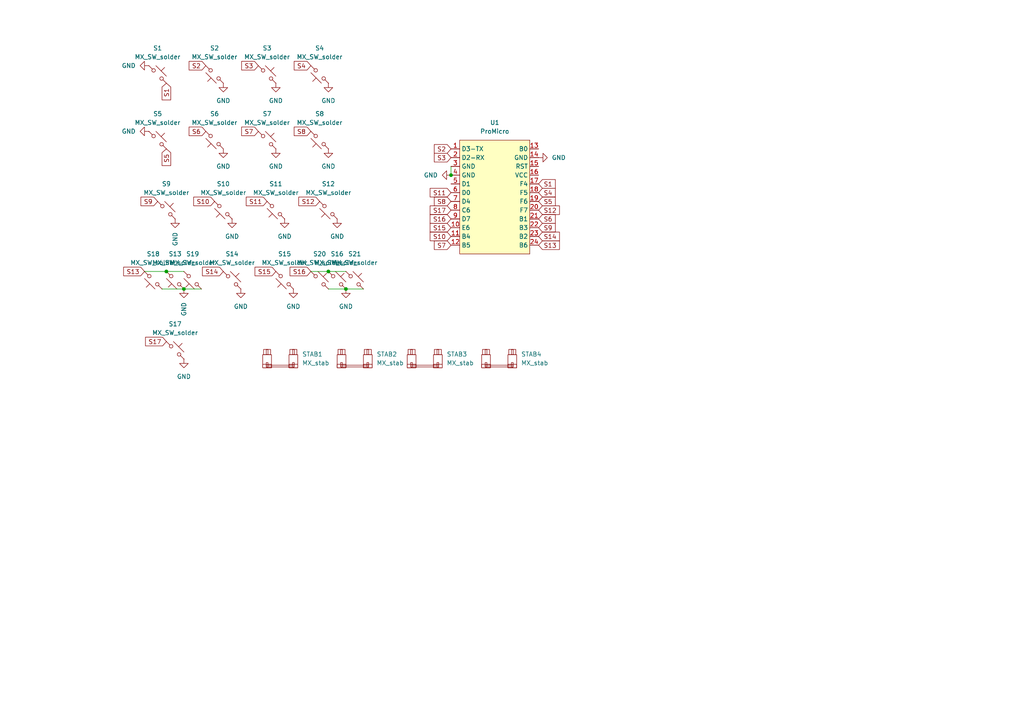
<source format=kicad_sch>
(kicad_sch (version 20231120) (generator "eeschema") (generator_version "8.0")
  (paper "A4")
  (lib_symbols
    (symbol "PCM_marbastlib-mx:MX_SW_solder" (pin_numbers hide) (pin_names (offset 1.016) hide)
      (property "Reference" "MX" (at 3.048 1.016 0))
      (property "Value" "MX_SW_solder" (at 0 -3.81 0))
      (symbol "MX_SW_solder_0_1"
        (circle (center -1.1684 1.1684) (radius 0.508))
        (polyline (pts (xy -0.508 2.54) (xy 2.54 -0.508)))
        (polyline (pts (xy 1.016 1.016) (xy 2.032 2.032)))
        (polyline (pts (xy -2.54 2.54) (xy -1.524 1.524) (xy -1.524 1.524)))
        (polyline (pts (xy 1.524 -1.524) (xy 2.54 -2.54) (xy 2.54 -2.54) (xy 2.54 -2.54)))
        (circle (center 1.143 -1.1938) (radius 0.508))
        (pin passive line (at -2.54 2.54 0) (length 0) (name "1") (number "1"))
        (pin passive line (at 2.54 -2.54 180) (length 0) (name "2") (number "2"))
      )
    )
    (symbol "PCM_marbastlib-mx:MX_stab" (pin_names (offset 1.016))
      (property "Reference" "S" (at -5.08 6.35 0))
      (property "Value" "MX_stab" (at -5.08 3.81 0))
      (symbol "MX_stab_0_1"
        (rectangle (start -5.08 -1.524) (end -2.54 -2.54))
        (rectangle (start -5.08 1.27) (end -2.54 -2.54))
        (rectangle (start -4.826 2.794) (end -2.794 1.27))
        (rectangle (start -4.064 -2.286) (end -3.556 -1.016))
        (rectangle (start -4.064 -1.778) (end 4.064 -2.286))
        (rectangle (start -4.064 1.27) (end -3.556 2.794))
        (rectangle (start 2.54 -1.524) (end 5.08 -2.54))
        (rectangle (start 2.54 1.27) (end 5.08 -2.54))
        (rectangle (start 2.794 2.794) (end 4.826 1.27))
        (rectangle (start 3.556 1.27) (end 4.064 2.794))
        (rectangle (start 4.064 -2.286) (end 3.556 -1.016))
      )
    )
    (symbol "PCM_marbastlib-promicroish:Arduino_ProMicro" (in_bom no)
      (property "Reference" "U" (at 0 20.32 0))
      (property "Value" "ProMicro" (at 0 17.78 0))
      (symbol "Arduino_ProMicro_0_0"
        (pin bidirectional line (at -12.7 13.97 0) (length 2.54) (name "D3-TX") (number "1"))
        (pin bidirectional line (at -12.7 -8.89 0) (length 2.54) (name "E6") (number "10"))
        (pin bidirectional line (at -12.7 -11.43 0) (length 2.54) (name "B4") (number "11"))
        (pin bidirectional line (at -12.7 -13.97 0) (length 2.54) (name "B5") (number "12"))
        (pin power_out line (at 12.7 11.43 180) (length 2.54) (name "GND") (number "14"))
        (pin bidirectional line (at 12.7 8.89 180) (length 2.54) (name "RST") (number "15"))
        (pin bidirectional line (at 12.7 3.81 180) (length 2.54) (name "F4") (number "17"))
        (pin bidirectional line (at 12.7 1.27 180) (length 2.54) (name "F5") (number "18"))
        (pin bidirectional line (at 12.7 -1.27 180) (length 2.54) (name "F6") (number "19"))
        (pin bidirectional line (at -12.7 11.43 0) (length 2.54) (name "D2-RX") (number "2"))
        (pin bidirectional line (at 12.7 -3.81 180) (length 2.54) (name "F7") (number "20"))
        (pin bidirectional line (at 12.7 -6.35 180) (length 2.54) (name "B1") (number "21"))
        (pin bidirectional line (at 12.7 -8.89 180) (length 2.54) (name "B3") (number "22"))
        (pin bidirectional line (at 12.7 -11.43 180) (length 2.54) (name "B2") (number "23"))
        (pin bidirectional line (at 12.7 -13.97 180) (length 2.54) (name "B6") (number "24"))
        (pin power_out line (at -12.7 8.89 0) (length 2.54) (name "GND") (number "3"))
        (pin power_out line (at -12.7 6.35 0) (length 2.54) (name "GND") (number "4"))
        (pin bidirectional line (at -12.7 3.81 0) (length 2.54) (name "D1") (number "5"))
        (pin bidirectional line (at -12.7 1.27 0) (length 2.54) (name "D0") (number "6"))
        (pin bidirectional line (at -12.7 -1.27 0) (length 2.54) (name "D4") (number "7"))
        (pin bidirectional line (at -12.7 -3.81 0) (length 2.54) (name "C6") (number "8"))
        (pin bidirectional line (at -12.7 -6.35 0) (length 2.54) (name "D7") (number "9"))
      )
      (symbol "Arduino_ProMicro_1_0"
        (pin bidirectional line (at 12.7 13.97 180) (length 2.54) (name "B0") (number "13"))
        (pin power_out line (at 12.7 6.35 180) (length 2.54) (name "VCC") (number "16"))
      )
      (symbol "Arduino_ProMicro_1_1"
        (rectangle (start -10.16 16.51) (end 10.16 -16.51) (fill (type background)))
      )
    )
    (symbol "power:GND" (power) (pin_numbers hide) (pin_names (offset 0) hide)
      (property "Value" "GND" (at 0 -3.81 0))
      (symbol "GND_0_1"
        (polyline (pts (xy 0 0) (xy 0 -1.27) (xy 1.27 -1.27) (xy 0 -2.54) (xy -1.27 -1.27) (xy 0 -1.27)))
      )
      (symbol "GND_1_1"
        (pin power_in line (at 0 0 270) (length 0) (name "~") (number "1"))
      )
    )
  )
  (junction (at 53.34 83.82))
  (junction (at 95.25 78.74))
  (junction (at 100.33 83.82))
  (junction (at 130.81 50.8))
  (junction (at 48.26 78.74))
  (wire (pts (xy 58.42 83.82) (xy 53.34 83.82)))
  (wire (pts (xy 48.26 78.74) (xy 53.34 78.74)))
  (wire (pts (xy 105.41 83.82) (xy 100.33 83.82)))
  (wire (pts (xy 41.91 78.74) (xy 48.26 78.74)))
  (wire (pts (xy 95.25 83.82) (xy 100.33 83.82)))
  (wire (pts (xy 46.99 83.82) (xy 53.34 83.82)))
  (wire (pts (xy 100.33 78.74) (xy 95.25 78.74)))
  (wire (pts (xy 90.17 78.74) (xy 95.25 78.74)))
  (wire (pts (xy 130.81 48.26) (xy 130.81 50.8)))
  (global_label "S6" (shape input) (at 156.21 63.5 0) (property "Intersheetrefs" "${INTERSHEET_REFS}" (effects (hide yes))))
  (global_label "S4" (shape input) (at 156.21 55.88 0) (property "Intersheetrefs" "${INTERSHEET_REFS}" (effects (hide yes))))
  (global_label "S10" (shape input) (at 130.81 68.58 180) (property "Intersheetrefs" "${INTERSHEET_REFS}" (effects (hide yes))))
  (global_label "S17" (shape input) (at 130.81 60.96 180) (property "Intersheetrefs" "${INTERSHEET_REFS}" (effects (hide yes))))
  (global_label "S14" (shape input) (at 156.21 68.58 0) (property "Intersheetrefs" "${INTERSHEET_REFS}" (effects (hide yes))))
  (global_label "S14" (shape input) (at 64.77 78.74 180) (property "Intersheetrefs" "${INTERSHEET_REFS}" (effects (hide yes))))
  (global_label "S5" (shape input) (at 156.21 58.42 0) (property "Intersheetrefs" "${INTERSHEET_REFS}" (effects (hide yes))))
  (global_label "S12" (shape input) (at 156.21 60.96 0) (property "Intersheetrefs" "${INTERSHEET_REFS}" (effects (hide yes))))
  (global_label "S16" (shape input) (at 90.17 78.74 180) (property "Intersheetrefs" "${INTERSHEET_REFS}" (effects (hide yes))))
  (global_label "S8" (shape input) (at 130.81 58.42 180) (property "Intersheetrefs" "${INTERSHEET_REFS}" (effects (hide yes))))
  (global_label "S2" (shape input) (at 130.81 43.18 180) (property "Intersheetrefs" "${INTERSHEET_REFS}" (effects (hide yes))))
  (global_label "S7" (shape input) (at 130.81 71.12 180) (property "Intersheetrefs" "${INTERSHEET_REFS}" (effects (hide yes))))
  (global_label "S3" (shape input) (at 74.93 19.05 180) (property "Intersheetrefs" "${INTERSHEET_REFS}" (effects (hide yes))))
  (global_label "S13" (shape input) (at 156.21 71.12 0) (property "Intersheetrefs" "${INTERSHEET_REFS}" (effects (hide yes))))
  (global_label "S12" (shape input) (at 92.71 58.42 180) (property "Intersheetrefs" "${INTERSHEET_REFS}" (effects (hide yes))))
  (global_label "S8" (shape input) (at 90.17 38.1 180) (property "Intersheetrefs" "${INTERSHEET_REFS}" (effects (hide yes))))
  (global_label "S1" (shape input) (at 156.21 53.34 0) (property "Intersheetrefs" "${INTERSHEET_REFS}" (effects (hide yes))))
  (global_label "S2" (shape input) (at 59.69 19.05 180) (property "Intersheetrefs" "${INTERSHEET_REFS}" (effects (hide yes))))
  (global_label "S3" (shape input) (at 130.81 45.72 180) (property "Intersheetrefs" "${INTERSHEET_REFS}" (effects (hide yes))))
  (global_label "S7" (shape input) (at 74.93 38.1 180) (property "Intersheetrefs" "${INTERSHEET_REFS}" (effects (hide yes))))
  (global_label "S5" (shape input) (at 48.26 43.18 270) (property "Intersheetrefs" "${INTERSHEET_REFS}" (effects (hide yes))))
  (global_label "S16" (shape input) (at 130.81 63.5 180) (property "Intersheetrefs" "${INTERSHEET_REFS}" (effects (hide yes))))
  (global_label "S9" (shape input) (at 45.72 58.42 180) (property "Intersheetrefs" "${INTERSHEET_REFS}" (effects (hide yes))))
  (global_label "S13" (shape input) (at 41.91 78.74 180) (property "Intersheetrefs" "${INTERSHEET_REFS}" (effects (hide yes))))
  (global_label "S11" (shape input) (at 130.81 55.88 180) (property "Intersheetrefs" "${INTERSHEET_REFS}" (effects (hide yes))))
  (global_label "S17" (shape input) (at 48.26 99.06 180) (property "Intersheetrefs" "${INTERSHEET_REFS}" (effects (hide yes))))
  (global_label "S11" (shape input) (at 77.47 58.42 180) (property "Intersheetrefs" "${INTERSHEET_REFS}" (effects (hide yes))))
  (global_label "S6" (shape input) (at 59.69 38.1 180) (property "Intersheetrefs" "${INTERSHEET_REFS}" (effects (hide yes))))
  (global_label "S1" (shape input) (at 48.26 24.13 270) (property "Intersheetrefs" "${INTERSHEET_REFS}" (effects (hide yes))))
  (global_label "S9" (shape input) (at 156.21 66.04 0) (property "Intersheetrefs" "${INTERSHEET_REFS}" (effects (hide yes))))
  (global_label "S15" (shape input) (at 130.81 66.04 180) (property "Intersheetrefs" "${INTERSHEET_REFS}" (effects (hide yes))))
  (global_label "S4" (shape input) (at 90.17 19.05 180) (property "Intersheetrefs" "${INTERSHEET_REFS}" (effects (hide yes))))
  (global_label "S10" (shape input) (at 62.23 58.42 180) (property "Intersheetrefs" "${INTERSHEET_REFS}" (effects (hide yes))))
  (global_label "S15" (shape input) (at 80.01 78.74 180) (property "Intersheetrefs" "${INTERSHEET_REFS}" (effects (hide yes))))
  (symbol (lib_id "PCM_marbastlib-mx:MX_SW_solder") (at 97.79 81.28 0) (unit 1)
    (property "Reference" "S16" (at 97.79 73.66 0))
    (property "Value" "MX_SW_solder" (at 97.79 76.2 0))
    (property "Footprint" "PCM_marbastlib-mx:SW_MX_1u" (effects (hide yes)))
    (property "Description" "Push button switch, normally open, two pins, 45° tilted" (effects (hide yes)))
  )
  (symbol (lib_id "power:GND") (at 156.21 45.72 90) (unit 1)
    (property "Reference" "#PWR02" (effects (hide yes)))
    (property "Value" "GND" (at 160.02 45.7199 90) (effects (justify right)))
    (property "Description" "Power symbol creates a global label with name \"GND\" , ground" (effects (hide yes)))
  )
  (symbol (lib_id "PCM_marbastlib-mx:MX_SW_solder") (at 95.25 60.96 180) (unit 1)
    (property "Reference" "S12" (at 95.25 53.34 0))
    (property "Value" "MX_SW_solder" (at 95.25 55.88 0))
    (property "Footprint" "PCM_marbastlib-mx:SW_MX_1u" (effects (hide yes)))
    (property "Description" "Push button switch, normally open, two pins, 45° tilted" (effects (hide yes)))
  )
  (symbol (lib_id "PCM_marbastlib-mx:MX_SW_solder") (at 44.45 81.28 180) (unit 1)
    (property "Reference" "S18" (at 44.45 73.66 0))
    (property "Value" "MX_SW_solder" (at 44.45 76.2 0))
    (property "Footprint" "PCM_marbastlib-mx:SW_MX_1u" (effects (hide yes)))
    (property "Description" "Push button switch, normally open, two pins, 45° tilted" (effects (hide yes)))
  )
  (symbol (lib_id "power:GND") (at 100.33 83.82 0) (unit 1)
    (property "Reference" "#PWR018" (effects (hide yes)))
    (property "Value" "GND" (at 100.33 88.9 0))
    (property "Description" "Power symbol creates a global label with name \"GND\" , ground" (effects (hide yes)))
  )
  (symbol (lib_id "PCM_marbastlib-mx:MX_SW_solder") (at 92.71 21.59 180) (unit 1)
    (property "Reference" "S4" (at 92.71 13.97 0))
    (property "Value" "MX_SW_solder" (at 92.71 16.51 0))
    (property "Footprint" "PCM_marbastlib-mx:SW_MX_1u" (effects (hide yes)))
    (property "Description" "Push button switch, normally open, two pins, 45° tilted" (effects (hide yes)))
  )
  (symbol (lib_id "PCM_marbastlib-mx:MX_stab") (at 144.78 104.14 0) (unit 1)
    (property "Reference" "STAB4" (at 151.13 102.7429 0) (effects (justify left)))
    (property "Value" "MX_stab" (at 151.13 105.2829 0) (effects (justify left)))
    (property "Footprint" "PCM_marbastlib-mx:STAB_MX_2u" (effects (hide yes)))
    (property "Description" "Cherry MX-style stabilizer" (effects (hide yes)))
  )
  (symbol (lib_id "power:GND") (at 53.34 83.82 0) (unit 1)
    (property "Reference" "#PWR015" (effects (hide yes)))
    (property "Value" "GND" (at 53.3399 87.63 90) (effects (justify right)))
    (property "Description" "Power symbol creates a global label with name \"GND\" , ground" (effects (hide yes)))
  )
  (symbol (lib_id "PCM_marbastlib-mx:MX_SW_solder") (at 45.72 40.64 0) (unit 1)
    (property "Reference" "S5" (at 45.72 33.02 0))
    (property "Value" "MX_SW_solder" (at 45.72 35.56 0))
    (property "Footprint" "PCM_marbastlib-mx:SW_MX_1u" (effects (hide yes)))
    (property "Description" "Push button switch, normally open, two pins, 45° tilted" (effects (hide yes)))
  )
  (symbol (lib_id "PCM_marbastlib-mx:MX_SW_solder") (at 77.47 21.59 0) (unit 1)
    (property "Reference" "S3" (at 77.47 13.97 0))
    (property "Value" "MX_SW_solder" (at 77.47 16.51 0))
    (property "Footprint" "PCM_marbastlib-mx:SW_MX_1u" (effects (hide yes)))
    (property "Description" "Push button switch, normally open, two pins, 45° tilted" (effects (hide yes)))
  )
  (symbol (lib_id "power:GND") (at 82.55 63.5 0) (unit 1)
    (property "Reference" "#PWR013" (effects (hide yes)))
    (property "Value" "GND" (at 82.55 68.58 0))
    (property "Description" "Power symbol creates a global label with name \"GND\" , ground" (effects (hide yes)))
  )
  (symbol (lib_id "PCM_marbastlib-mx:MX_stab") (at 81.28 104.14 0) (unit 1)
    (property "Reference" "STAB1" (at 87.63 102.7429 0) (effects (justify left)))
    (property "Value" "MX_stab" (at 87.63 105.2829 0) (effects (justify left)))
    (property "Footprint" "PCM_marbastlib-mx:STAB_MX_2u" (effects (hide yes)))
    (property "Description" "Cherry MX-style stabilizer" (effects (hide yes)))
  )
  (symbol (lib_id "PCM_marbastlib-mx:MX_SW_solder") (at 62.23 21.59 180) (unit 1)
    (property "Reference" "S2" (at 62.23 13.97 0))
    (property "Value" "MX_SW_solder" (at 62.23 16.51 0))
    (property "Footprint" "PCM_marbastlib-mx:SW_MX_1u" (effects (hide yes)))
    (property "Description" "Push button switch, normally open, two pins, 45° tilted" (effects (hide yes)))
  )
  (symbol (lib_id "PCM_marbastlib-mx:MX_SW_solder") (at 82.55 81.28 180) (unit 1)
    (property "Reference" "S15" (at 82.55 73.66 0))
    (property "Value" "MX_SW_solder" (at 82.55 76.2 0))
    (property "Footprint" "PCM_marbastlib-mx:SW_MX_1u" (effects (hide yes)))
    (property "Description" "Push button switch, normally open, two pins, 45° tilted" (effects (hide yes)))
  )
  (symbol (lib_id "power:GND") (at 130.81 50.8 270) (unit 1)
    (property "Reference" "#PWR01" (effects (hide yes)))
    (property "Value" "GND" (at 127 50.7999 90) (effects (justify right)))
    (property "Description" "Power symbol creates a global label with name \"GND\" , ground" (effects (hide yes)))
  )
  (symbol (lib_id "power:GND") (at 64.77 43.18 0) (unit 1)
    (property "Reference" "#PWR08" (effects (hide yes)))
    (property "Value" "GND" (at 64.77 48.26 0))
    (property "Description" "Power symbol creates a global label with name \"GND\" , ground" (effects (hide yes)))
  )
  (symbol (lib_id "power:GND") (at 64.77 24.13 0) (unit 1)
    (property "Reference" "#PWR04" (effects (hide yes)))
    (property "Value" "GND" (at 64.77 29.21 0))
    (property "Description" "Power symbol creates a global label with name \"GND\" , ground" (effects (hide yes)))
  )
  (symbol (lib_id "PCM_marbastlib-mx:MX_stab") (at 102.87 104.14 0) (unit 1)
    (property "Reference" "STAB2" (at 109.22 102.7429 0) (effects (justify left)))
    (property "Value" "MX_stab" (at 109.22 105.2829 0) (effects (justify left)))
    (property "Footprint" "PCM_marbastlib-mx:STAB_MX_2u" (effects (hide yes)))
    (property "Description" "Cherry MX-style stabilizer" (effects (hide yes)))
  )
  (symbol (lib_id "PCM_marbastlib-mx:MX_SW_solder") (at 62.23 40.64 180) (unit 1)
    (property "Reference" "S6" (at 62.23 33.02 0))
    (property "Value" "MX_SW_solder" (at 62.23 35.56 0))
    (property "Footprint" "PCM_marbastlib-mx:SW_MX_1u" (effects (hide yes)))
    (property "Description" "Push button switch, normally open, two pins, 45° tilted" (effects (hide yes)))
  )
  (symbol (lib_id "power:GND") (at 97.79 63.5 0) (unit 1)
    (property "Reference" "#PWR014" (effects (hide yes)))
    (property "Value" "GND" (at 97.79 68.58 0))
    (property "Description" "Power symbol creates a global label with name \"GND\" , ground" (effects (hide yes)))
  )
  (symbol (lib_id "PCM_marbastlib-mx:MX_SW_solder") (at 102.87 81.28 0) (unit 1)
    (property "Reference" "S21" (at 102.87 73.66 0))
    (property "Value" "MX_SW_solder" (at 102.87 76.2 0))
    (property "Footprint" "PCM_marbastlib-mx:SW_MX_1u" (effects (hide yes)))
    (property "Description" "Push button switch, normally open, two pins, 45° tilted" (effects (hide yes)))
  )
  (symbol (lib_id "PCM_marbastlib-promicroish:Arduino_ProMicro") (at 143.51 57.15 0) (unit 1) (in_bom no)
    (property "Reference" "U1" (at 143.51 35.56 0))
    (property "Value" "ProMicro" (at 143.51 38.1 0))
    (property "Footprint" "PCM_marbastlib-xp-promicroish:ProMicro_USBup" (effects (hide yes)))
    (property "Description" "Symbol for an Arduino Pro Micro" (effects (hide yes)))
  )
  (symbol (lib_id "power:GND") (at 95.25 43.18 0) (unit 1)
    (property "Reference" "#PWR010" (effects (hide yes)))
    (property "Value" "GND" (at 95.25 48.26 0))
    (property "Description" "Power symbol creates a global label with name \"GND\" , ground" (effects (hide yes)))
  )
  (symbol (lib_id "PCM_marbastlib-mx:MX_SW_solder") (at 45.72 21.59 0) (unit 1)
    (property "Reference" "S1" (at 45.72 13.97 0))
    (property "Value" "MX_SW_solder" (at 45.72 16.51 0))
    (property "Footprint" "PCM_marbastlib-mx:SW_MX_1u" (effects (hide yes)))
    (property "Description" "Push button switch, normally open, two pins, 45° tilted" (effects (hide yes)))
  )
  (symbol (lib_id "PCM_marbastlib-mx:MX_SW_solder") (at 92.71 40.64 180) (unit 1)
    (property "Reference" "S8" (at 92.71 33.02 0))
    (property "Value" "MX_SW_solder" (at 92.71 35.56 0))
    (property "Footprint" "PCM_marbastlib-mx:SW_MX_1u" (effects (hide yes)))
    (property "Description" "Push button switch, normally open, two pins, 45° tilted" (effects (hide yes)))
  )
  (symbol (lib_id "PCM_marbastlib-mx:MX_SW_solder") (at 50.8 101.6 0) (unit 1)
    (property "Reference" "S17" (at 50.8 93.98 0))
    (property "Value" "MX_SW_solder" (at 50.8 96.52 0))
    (property "Footprint" "PCM_marbastlib-mx:SW_MX_1u" (effects (hide yes)))
    (property "Description" "Push button switch, normally open, two pins, 45° tilted" (effects (hide yes)))
  )
  (symbol (lib_id "power:GND") (at 95.25 24.13 0) (unit 1)
    (property "Reference" "#PWR06" (effects (hide yes)))
    (property "Value" "GND" (at 95.25 29.21 0))
    (property "Description" "Power symbol creates a global label with name \"GND\" , ground" (effects (hide yes)))
  )
  (symbol (lib_id "power:GND") (at 67.31 63.5 0) (unit 1)
    (property "Reference" "#PWR012" (effects (hide yes)))
    (property "Value" "GND" (at 67.31 68.58 0))
    (property "Description" "Power symbol creates a global label with name \"GND\" , ground" (effects (hide yes)))
  )
  (symbol (lib_id "power:GND") (at 43.18 19.05 270) (unit 1)
    (property "Reference" "#PWR03" (effects (hide yes)))
    (property "Value" "GND" (at 39.37 19.0499 90) (effects (justify right)))
    (property "Description" "Power symbol creates a global label with name \"GND\" , ground" (effects (hide yes)))
  )
  (symbol (lib_id "PCM_marbastlib-mx:MX_SW_solder") (at 80.01 60.96 180) (unit 1)
    (property "Reference" "S11" (at 80.01 53.34 0))
    (property "Value" "MX_SW_solder" (at 80.01 55.88 0))
    (property "Footprint" "PCM_marbastlib-mx:SW_MX_1u" (effects (hide yes)))
    (property "Description" "Push button switch, normally open, two pins, 45° tilted" (effects (hide yes)))
  )
  (symbol (lib_id "PCM_marbastlib-mx:MX_SW_solder") (at 67.31 81.28 0) (unit 1)
    (property "Reference" "S14" (at 67.31 73.66 0))
    (property "Value" "MX_SW_solder" (at 67.31 76.2 0))
    (property "Footprint" "PCM_marbastlib-mx:SW_MX_1u" (effects (hide yes)))
    (property "Description" "Push button switch, normally open, two pins, 45° tilted" (effects (hide yes)))
  )
  (symbol (lib_id "PCM_marbastlib-mx:MX_SW_solder") (at 64.77 60.96 180) (unit 1)
    (property "Reference" "S10" (at 64.77 53.34 0))
    (property "Value" "MX_SW_solder" (at 64.77 55.88 0))
    (property "Footprint" "PCM_marbastlib-mx:SW_MX_1u" (effects (hide yes)))
    (property "Description" "Push button switch, normally open, two pins, 45° tilted" (effects (hide yes)))
  )
  (symbol (lib_id "power:GND") (at 50.8 63.5 0) (unit 1)
    (property "Reference" "#PWR011" (effects (hide yes)))
    (property "Value" "GND" (at 50.7999 67.31 90) (effects (justify right)))
    (property "Description" "Power symbol creates a global label with name \"GND\" , ground" (effects (hide yes)))
  )
  (symbol (lib_id "power:GND") (at 69.85 83.82 0) (unit 1)
    (property "Reference" "#PWR016" (effects (hide yes)))
    (property "Value" "GND" (at 69.85 88.9 0))
    (property "Description" "Power symbol creates a global label with name \"GND\" , ground" (effects (hide yes)))
  )
  (symbol (lib_id "PCM_marbastlib-mx:MX_SW_solder") (at 92.71 81.28 0) (unit 1)
    (property "Reference" "S20" (at 92.71 73.66 0))
    (property "Value" "MX_SW_solder" (at 92.71 76.2 0))
    (property "Footprint" "PCM_marbastlib-mx:SW_MX_1u" (effects (hide yes)))
    (property "Description" "Push button switch, normally open, two pins, 45° tilted" (effects (hide yes)))
  )
  (symbol (lib_id "power:GND") (at 53.34 104.14 0) (unit 1)
    (property "Reference" "#PWR019" (effects (hide yes)))
    (property "Value" "GND" (at 53.34 109.22 0))
    (property "Description" "Power symbol creates a global label with name \"GND\" , ground" (effects (hide yes)))
  )
  (symbol (lib_id "PCM_marbastlib-mx:MX_SW_solder") (at 48.26 60.96 0) (unit 1)
    (property "Reference" "S9" (at 48.26 53.34 0))
    (property "Value" "MX_SW_solder" (at 48.26 55.88 0))
    (property "Footprint" "PCM_marbastlib-mx:SW_MX_1u" (effects (hide yes)))
    (property "Description" "Push button switch, normally open, two pins, 45° tilted" (effects (hide yes)))
  )
  (symbol (lib_id "power:GND") (at 85.09 83.82 0) (unit 1)
    (property "Reference" "#PWR017" (effects (hide yes)))
    (property "Value" "GND" (at 85.09 88.9 0))
    (property "Description" "Power symbol creates a global label with name \"GND\" , ground" (effects (hide yes)))
  )
  (symbol (lib_id "PCM_marbastlib-mx:MX_SW_solder") (at 55.88 81.28 180) (unit 1)
    (property "Reference" "S19" (at 55.88 73.66 0))
    (property "Value" "MX_SW_solder" (at 55.88 76.2 0))
    (property "Footprint" "PCM_marbastlib-mx:SW_MX_1u" (effects (hide yes)))
    (property "Description" "Push button switch, normally open, two pins, 45° tilted" (effects (hide yes)))
  )
  (symbol (lib_id "power:GND") (at 80.01 24.13 0) (unit 1)
    (property "Reference" "#PWR05" (effects (hide yes)))
    (property "Value" "GND" (at 80.01 29.21 0))
    (property "Description" "Power symbol creates a global label with name \"GND\" , ground" (effects (hide yes)))
  )
  (symbol (lib_id "PCM_marbastlib-mx:MX_stab") (at 123.19 104.14 0) (unit 1)
    (property "Reference" "STAB3" (at 129.54 102.7429 0) (effects (justify left)))
    (property "Value" "MX_stab" (at 129.54 105.2829 0) (effects (justify left)))
    (property "Footprint" "PCM_marbastlib-mx:STAB_MX_2u" (effects (hide yes)))
    (property "Description" "Cherry MX-style stabilizer" (effects (hide yes)))
  )
  (symbol (lib_id "PCM_marbastlib-mx:MX_SW_solder") (at 50.8 81.28 180) (unit 1)
    (property "Reference" "S13" (at 50.8 73.66 0))
    (property "Value" "MX_SW_solder" (at 50.8 76.2 0))
    (property "Footprint" "PCM_marbastlib-mx:SW_MX_1u" (effects (hide yes)))
    (property "Description" "Push button switch, normally open, two pins, 45° tilted" (effects (hide yes)))
  )
  (symbol (lib_id "PCM_marbastlib-mx:MX_SW_solder") (at 77.47 40.64 0) (unit 1)
    (property "Reference" "S7" (at 77.47 33.02 0))
    (property "Value" "MX_SW_solder" (at 77.47 35.56 0))
    (property "Footprint" "PCM_marbastlib-mx:SW_MX_1u" (effects (hide yes)))
    (property "Description" "Push button switch, normally open, two pins, 45° tilted" (effects (hide yes)))
  )
  (symbol (lib_id "power:GND") (at 43.18 38.1 270) (unit 1)
    (property "Reference" "#PWR07" (effects (hide yes)))
    (property "Value" "GND" (at 39.37 38.0999 90) (effects (justify right)))
    (property "Description" "Power symbol creates a global label with name \"GND\" , ground" (effects (hide yes)))
  )
  (symbol (lib_id "power:GND") (at 80.01 43.18 0) (unit 1)
    (property "Reference" "#PWR09" (effects (hide yes)))
    (property "Value" "GND" (at 80.01 48.26 0))
    (property "Description" "Power symbol creates a global label with name \"GND\" , ground" (effects (hide yes)))
  )
)
</source>
